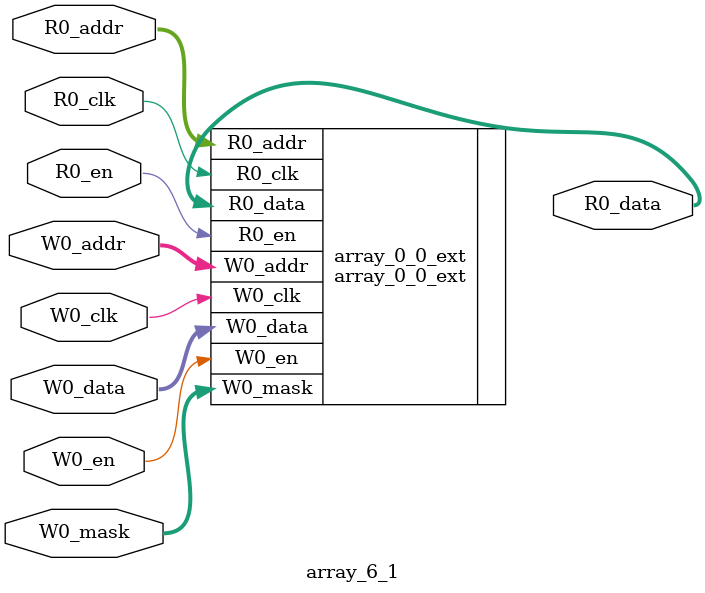
<source format=sv>
module array_6_1(	// @[generators/rocket-chip/src/main/scala/util/DescribedSRAM.scala:17:26]
  input  [7:0]   R0_addr,
  input          R0_en,
  input          R0_clk,
  output [127:0] R0_data,
  input  [7:0]   W0_addr,
  input          W0_en,
  input          W0_clk,
  input  [127:0] W0_data,
  input  [1:0]   W0_mask
);

  array_0_0_ext array_0_0_ext (	// @[generators/rocket-chip/src/main/scala/util/DescribedSRAM.scala:17:26]
    .R0_addr (R0_addr),
    .R0_en   (R0_en),
    .R0_clk  (R0_clk),
    .R0_data (R0_data),
    .W0_addr (W0_addr),
    .W0_en   (W0_en),
    .W0_clk  (W0_clk),
    .W0_data (W0_data),
    .W0_mask (W0_mask)
  );	// @[generators/rocket-chip/src/main/scala/util/DescribedSRAM.scala:17:26]
endmodule


</source>
